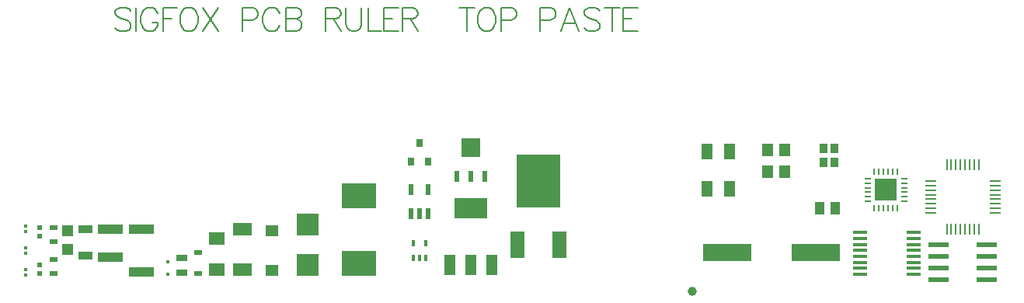
<source format=gtp>
%FSLAX43Y43*%
%MOMM*%
G71*
G01*
G75*
G04 Layer_Color=8421504*
%ADD10R,0.250X0.800*%
%ADD11R,0.800X0.250*%
%ADD12R,1.300X1.200*%
%ADD13R,1.600X0.900*%
%ADD14R,2.800X1.000*%
%ADD15R,2.800X1.000*%
%ADD16R,1.200X1.800*%
%ADD17R,1.200X1.400*%
%ADD18R,0.900X1.050*%
%ADD19R,1.470X1.270*%
%ADD20R,0.830X0.630*%
%ADD21R,0.600X0.500*%
%ADD22R,0.900X0.600*%
%ADD23R,0.300X0.300*%
%ADD24R,0.800X0.900*%
%ADD25R,0.550X1.200*%
%ADD26R,1.143X0.254*%
%ADD27R,0.254X1.143*%
%ADD28R,4.826X5.715*%
%ADD29R,1.600X3.000*%
%ADD30R,2.400X2.400*%
%ADD31R,3.800X2.800*%
%ADD32R,0.400X0.750*%
%ADD33R,1.219X2.235*%
%ADD34R,3.600X2.200*%
%ADD35R,5.334X1.930*%
%ADD36R,2.210X0.610*%
%ADD37R,0.580X1.200*%
%ADD38R,2.000X2.000*%
%ADD39R,1.000X1.400*%
%ADD40C,1.000*%
%ADD41R,0.350X0.350*%
%ADD42R,1.800X1.400*%
%ADD43R,2.100X1.400*%
%ADD44R,1.600X0.350*%
%ADD45R,1.200X0.800*%
%ADD46C,1.000*%
%ADD47C,0.152*%
%ADD48R,2.400X2.400*%
%ADD49R,0.300X3.000*%
%ADD50R,0.200X1.000*%
%ADD51R,0.200X2.000*%
%ADD52R,0.300X3.500*%
%ADD53R,0.300X1.500*%
%ADD54R,0.300X2.500*%
%ADD55R,9.398X1.016*%
%ADD56R,9.398X0.762*%
%ADD57R,9.398X0.610*%
%ADD58R,9.398X0.457*%
%ADD59R,9.398X0.305*%
%ADD60R,9.398X0.254*%
%ADD61R,9.398X0.203*%
%ADD62R,9.398X0.152*%
%ADD63R,0.330X0.686*%
%ADD64R,0.400X0.750*%
%ADD65C,0.321*%
%ADD66C,0.361*%
%ADD67C,0.405*%
%ADD68C,0.455*%
%ADD69C,0.511*%
%ADD70C,0.573*%
%ADD71C,0.644*%
%ADD72C,0.723*%
%ADD73C,0.812*%
%ADD74C,0.912*%
%ADD75C,1.020*%
%ADD76C,1.150*%
%ADD77C,1.290*%
%ADD78C,1.450*%
%ADD79C,1.630*%
%ADD80C,1.830*%
%ADD81C,2.050*%
%ADD82C,2.300*%
%ADD83C,2.590*%
%ADD84C,2.910*%
%ADD85C,3.260*%
%ADD86R,1.270X0.559*%
%ADD87R,0.559X1.270*%
%ADD88R,0.890X2.600*%
%ADD89R,5.600X3.600*%
%ADD90R,0.320X0.600*%
%ADD91R,0.600X0.320*%
%ADD92R,1.000X1.950*%
%ADD93C,0.154*%
%ADD94C,0.200*%
%ADD95C,0.150*%
%ADD96C,0.170*%
%ADD97C,0.160*%
%ADD98C,0.155*%
%ADD99C,0.100*%
%ADD100C,0.120*%
%ADD101C,0.127*%
%ADD102C,0.250*%
%ADD103C,0.250*%
%ADD104C,0.254*%
%ADD105R,0.300X2.400*%
%ADD106R,0.864X1.093*%
D10*
X111526Y16732D02*
D03*
X112026Y16732D02*
D03*
X112526Y16732D02*
D03*
X113026Y16732D02*
D03*
X113526Y16732D02*
D03*
X114026Y16732D02*
D03*
X114026Y12732D02*
D03*
X113526Y12732D02*
D03*
X113026Y12732D02*
D03*
X112526Y12732D02*
D03*
X112026Y12732D02*
D03*
X111526Y12732D02*
D03*
D11*
X114776Y15982D02*
D03*
X114776Y15482D02*
D03*
X114776Y14982D02*
D03*
X114776Y14482D02*
D03*
X114776Y13982D02*
D03*
X114776Y13482D02*
D03*
X110776Y13482D02*
D03*
X110776Y13982D02*
D03*
X110776Y14482D02*
D03*
X110776Y14982D02*
D03*
X110776Y15482D02*
D03*
X110776Y15982D02*
D03*
D12*
X23622Y10321D02*
D03*
X23622Y8221D02*
D03*
D13*
X25578Y10467D02*
D03*
X25578Y7567D02*
D03*
D14*
X28296Y7415D02*
D03*
X28296Y10415D02*
D03*
D15*
X31623Y10428D02*
D03*
X31623Y5828D02*
D03*
D16*
X93313Y14891D02*
D03*
X93313Y18891D02*
D03*
X95713Y18891D02*
D03*
X95713Y14891D02*
D03*
D17*
X99888Y16682D02*
D03*
X99888Y19082D02*
D03*
X101788Y19082D02*
D03*
X101788Y16682D02*
D03*
D18*
X105978Y17696D02*
D03*
X105978Y19286D02*
D03*
X107178Y19286D02*
D03*
X107178Y17696D02*
D03*
D19*
X45872Y6003D02*
D03*
X45872Y10303D02*
D03*
D20*
X37846Y5657D02*
D03*
X37846Y7957D02*
D03*
D21*
X20574Y6596D02*
D03*
X20574Y5596D02*
D03*
X20574Y10660D02*
D03*
X20574Y9660D02*
D03*
D22*
X22098Y7125D02*
D03*
X22098Y5625D02*
D03*
X22098Y10605D02*
D03*
X22098Y9105D02*
D03*
D23*
X19050Y8428D02*
D03*
X19050Y7828D02*
D03*
X19050Y6091D02*
D03*
X19050Y5491D02*
D03*
X19050Y10765D02*
D03*
X19050Y10165D02*
D03*
D24*
X61026Y17796D02*
D03*
X62926Y17796D02*
D03*
X61976Y19896D02*
D03*
D25*
X61026Y12162D02*
D03*
X61976Y12162D02*
D03*
X62926Y12162D02*
D03*
X62926Y14762D02*
D03*
X61026Y14762D02*
D03*
D26*
X117658Y15720D02*
D03*
X117658Y15220D02*
D03*
X117658Y14720D02*
D03*
X117658Y14220D02*
D03*
X117658Y13720D02*
D03*
X117658Y13220D02*
D03*
X117658Y12720D02*
D03*
X117658Y12220D02*
D03*
X124658Y12220D02*
D03*
X124658Y12720D02*
D03*
X124658Y13220D02*
D03*
X124658Y13720D02*
D03*
X124658Y14220D02*
D03*
X124658Y14720D02*
D03*
X124658Y15220D02*
D03*
X124658Y15720D02*
D03*
D27*
X119408Y10470D02*
D03*
X119908Y10470D02*
D03*
X120408Y10470D02*
D03*
X120908Y10470D02*
D03*
X121408Y10470D02*
D03*
X121908Y10470D02*
D03*
X122408Y10470D02*
D03*
X122908Y10470D02*
D03*
X122908Y17470D02*
D03*
X122408Y17470D02*
D03*
X121908Y17470D02*
D03*
X121408Y17470D02*
D03*
X120908Y17470D02*
D03*
X120408Y17470D02*
D03*
X119908Y17470D02*
D03*
X119408Y17470D02*
D03*
D28*
X74930Y15685D02*
D03*
D29*
X77210Y8787D02*
D03*
X72650Y8787D02*
D03*
D30*
X49784Y6563D02*
D03*
X49784Y10963D02*
D03*
D31*
X55347Y14139D02*
D03*
X55347Y6739D02*
D03*
D32*
X61326Y8953D02*
D03*
X62626Y8953D02*
D03*
X62626Y7303D02*
D03*
X61976Y7303D02*
D03*
X61326Y7303D02*
D03*
D33*
X65253Y6553D02*
D03*
X67564Y6553D02*
D03*
X69875Y6553D02*
D03*
D34*
X67564Y12751D02*
D03*
D35*
X105156Y7874D02*
D03*
X95504Y7874D02*
D03*
D36*
X118542Y8763D02*
D03*
X118542Y7493D02*
D03*
X118542Y6223D02*
D03*
X118542Y4953D02*
D03*
X123774Y4953D02*
D03*
X123774Y6223D02*
D03*
X123774Y7493D02*
D03*
X123774Y8763D02*
D03*
D37*
X66064Y16234D02*
D03*
X67564Y16234D02*
D03*
X69064Y16234D02*
D03*
D38*
X67564Y19334D02*
D03*
D39*
X107276Y12700D02*
D03*
X105576Y12700D02*
D03*
D40*
X91694Y3700D02*
D03*
D41*
X34544Y5523D02*
D03*
X34544Y6873D02*
D03*
D42*
X39878Y6047D02*
D03*
X39878Y9447D02*
D03*
D43*
X42672Y6080D02*
D03*
X42672Y10480D02*
D03*
D44*
X109926Y10099D02*
D03*
X109926Y9449D02*
D03*
X109926Y8799D02*
D03*
X109926Y8149D02*
D03*
X109926Y7499D02*
D03*
X109926Y6849D02*
D03*
X109926Y6199D02*
D03*
X109926Y5549D02*
D03*
X115826Y5549D02*
D03*
X115826Y6199D02*
D03*
X115826Y6849D02*
D03*
X115826Y7499D02*
D03*
X115826Y8149D02*
D03*
X115826Y8799D02*
D03*
X115826Y9449D02*
D03*
X115826Y10099D02*
D03*
D45*
X36068Y7353D02*
D03*
X36068Y5753D02*
D03*
D47*
X30497Y34227D02*
X30255Y34469D01*
X29892Y34590D01*
X29409Y34590D01*
X29046Y34469D01*
X28804Y34227D01*
X28804Y33985D01*
X28925Y33743D01*
X29046Y33622D01*
X29288Y33501D01*
X30013Y33259D01*
X30255Y33138D01*
X30376Y33018D01*
X30497Y32776D01*
X30497Y32413D01*
X30255Y32171D01*
X29892Y32050D01*
X29409Y32050D01*
X29046Y32171D01*
X28804Y32413D01*
X31065Y34590D02*
X31065Y32050D01*
X33411Y33985D02*
X33290Y34227D01*
X33049Y34469D01*
X32807Y34590D01*
X32323Y34590D01*
X32081Y34469D01*
X31839Y34227D01*
X31718Y33985D01*
X31597Y33622D01*
X31597Y33018D01*
X31718Y32655D01*
X31839Y32413D01*
X32081Y32171D01*
X32323Y32050D01*
X32807Y32050D01*
X33049Y32171D01*
X33290Y32413D01*
X33411Y32655D01*
X33411Y33018D01*
X32807Y33018D02*
X33411Y33018D01*
X33992Y34590D02*
X33992Y32050D01*
X33992Y34590D02*
X35564Y34590D01*
X33992Y33380D02*
X34959Y33380D01*
X36580Y34590D02*
X36338Y34469D01*
X36096Y34227D01*
X35975Y33985D01*
X35854Y33622D01*
X35854Y33018D01*
X35975Y32655D01*
X36096Y32413D01*
X36338Y32171D01*
X36580Y32050D01*
X37063Y32050D01*
X37305Y32171D01*
X37547Y32413D01*
X37668Y32655D01*
X37789Y33018D01*
X37789Y33622D01*
X37668Y33985D01*
X37547Y34227D01*
X37305Y34469D01*
X37063Y34590D01*
X36580Y34590D01*
X38381Y34590D02*
X40074Y32050D01*
X40074Y34590D02*
X38381Y32050D01*
X42638Y33259D02*
X43726Y33259D01*
X44089Y33380D01*
X44210Y33501D01*
X44331Y33743D01*
X44331Y34106D01*
X44210Y34348D01*
X44089Y34469D01*
X43726Y34590D01*
X42638Y34590D01*
X42638Y32050D01*
X46713Y33985D02*
X46592Y34227D01*
X46350Y34469D01*
X46109Y34590D01*
X45625Y34590D01*
X45383Y34469D01*
X45141Y34227D01*
X45020Y33985D01*
X44899Y33622D01*
X44899Y33018D01*
X45020Y32655D01*
X45141Y32413D01*
X45383Y32171D01*
X45625Y32050D01*
X46109Y32050D01*
X46350Y32171D01*
X46592Y32413D01*
X46713Y32655D01*
X47427Y34590D02*
X47427Y32050D01*
X47427Y34590D02*
X48515Y34590D01*
X48878Y34469D01*
X48999Y34348D01*
X49120Y34106D01*
X49120Y33864D01*
X48999Y33622D01*
X48878Y33501D01*
X48515Y33380D01*
X47427Y33380D02*
X48515Y33380D01*
X48878Y33259D01*
X48999Y33138D01*
X49120Y32897D01*
X49120Y32534D01*
X48999Y32292D01*
X48878Y32171D01*
X48515Y32050D01*
X47427Y32050D01*
X51683Y34590D02*
X51683Y32050D01*
X51683Y34590D02*
X52772Y34590D01*
X53134Y34469D01*
X53255Y34348D01*
X53376Y34106D01*
X53376Y33864D01*
X53255Y33622D01*
X53134Y33501D01*
X52772Y33380D01*
X51683Y33380D01*
X52530Y33380D02*
X53376Y32050D01*
X53945Y34590D02*
X53945Y32776D01*
X54066Y32413D01*
X54307Y32171D01*
X54670Y32050D01*
X54912Y32050D01*
X55275Y32171D01*
X55517Y32413D01*
X55638Y32776D01*
X55638Y34590D01*
X56339Y34590D02*
X56339Y32050D01*
X57790Y32050D01*
X59640Y34590D02*
X58068Y34590D01*
X58068Y32050D01*
X59640Y32050D01*
X58068Y33380D02*
X59036Y33380D01*
X60063Y34590D02*
X60063Y32050D01*
X60063Y34590D02*
X61152Y34590D01*
X61515Y34469D01*
X61636Y34348D01*
X61756Y34106D01*
X61756Y33864D01*
X61636Y33622D01*
X61515Y33501D01*
X61152Y33380D01*
X60063Y33380D01*
X60910Y33380D02*
X61756Y32050D01*
X67162Y34590D02*
X67162Y32050D01*
X66315Y34590D02*
X68008Y34590D01*
X69036Y34590D02*
X68794Y34469D01*
X68553Y34227D01*
X68432Y33985D01*
X68311Y33622D01*
X68311Y33018D01*
X68432Y32655D01*
X68553Y32413D01*
X68794Y32171D01*
X69036Y32050D01*
X69520Y32050D01*
X69762Y32171D01*
X70004Y32413D01*
X70125Y32655D01*
X70245Y33018D01*
X70245Y33622D01*
X70125Y33985D01*
X70004Y34227D01*
X69762Y34469D01*
X69520Y34590D01*
X69036Y34590D01*
X70838Y33259D02*
X71926Y33259D01*
X72289Y33380D01*
X72410Y33501D01*
X72531Y33743D01*
X72531Y34106D01*
X72410Y34348D01*
X72289Y34469D01*
X71926Y34590D01*
X70838Y34590D01*
X70838Y32050D01*
X75095Y33259D02*
X76183Y33259D01*
X76546Y33380D01*
X76667Y33501D01*
X76788Y33743D01*
X76788Y34106D01*
X76667Y34348D01*
X76546Y34469D01*
X76183Y34590D01*
X75095Y34590D01*
X75095Y32050D01*
X79291Y32050D02*
X78323Y34590D01*
X77356Y32050D01*
X77719Y32897D02*
X78928Y32897D01*
X81576Y34227D02*
X81334Y34469D01*
X80972Y34590D01*
X80488Y34590D01*
X80125Y34469D01*
X79883Y34227D01*
X79883Y33985D01*
X80004Y33743D01*
X80125Y33622D01*
X80367Y33501D01*
X81093Y33259D01*
X81334Y33138D01*
X81455Y33018D01*
X81576Y32776D01*
X81576Y32413D01*
X81334Y32171D01*
X80972Y32050D01*
X80488Y32050D01*
X80125Y32171D01*
X79883Y32413D01*
X82991Y34590D02*
X82991Y32050D01*
X82145Y34590D02*
X83838Y34590D01*
X85712Y34590D02*
X84140Y34590D01*
X84140Y32050D01*
X85712Y32050D01*
X84140Y33380D02*
X85107Y33380D01*
D48*
X112776Y14732D02*
D03*
M02*

</source>
